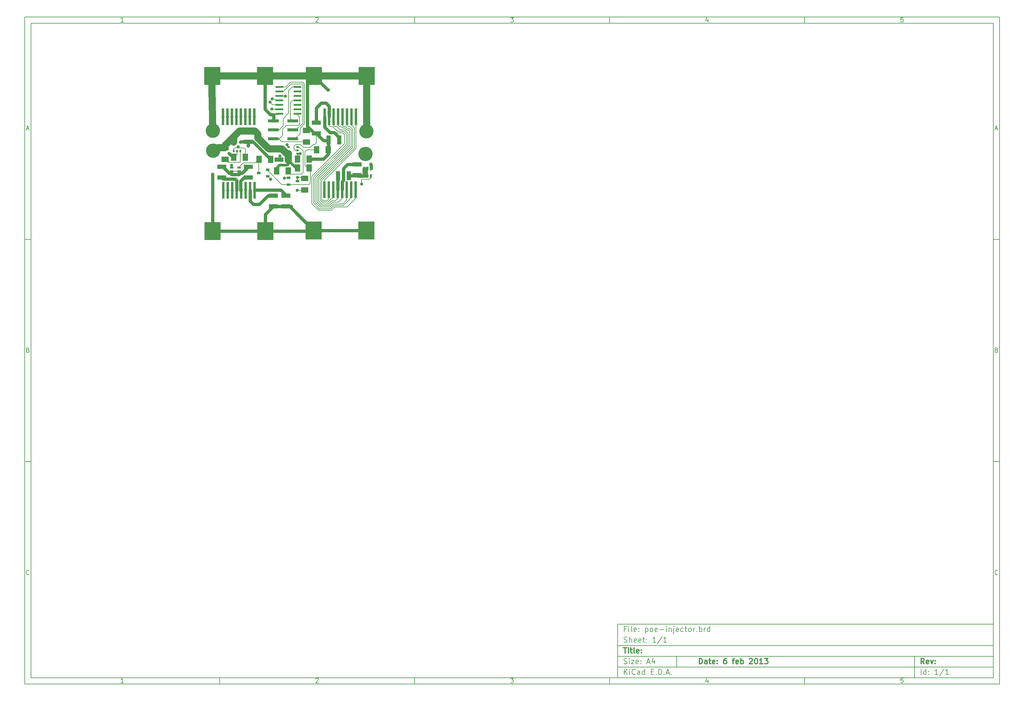
<source format=gtl>
G04 (created by PCBNEW-RS274X (2012-01-19 BZR 3256)-stable) date 2/5/2013 11:52:39 PM*
G01*
G70*
G90*
%MOIN*%
G04 Gerber Fmt 3.4, Leading zero omitted, Abs format*
%FSLAX34Y34*%
G04 APERTURE LIST*
%ADD10C,0.006000*%
%ADD11C,0.012000*%
%ADD12R,0.030000X0.020000*%
%ADD13R,0.020000X0.030000*%
%ADD14R,0.039400X0.027600*%
%ADD15R,0.180000X0.205000*%
%ADD16R,0.025000X0.187000*%
%ADD17R,0.100000X0.050000*%
%ADD18R,0.060000X0.080000*%
%ADD19R,0.080000X0.060000*%
%ADD20R,0.119000X0.038000*%
%ADD21C,0.160000*%
%ADD22R,0.050000X0.100000*%
%ADD23R,0.023600X0.039400*%
%ADD24R,0.039400X0.023600*%
%ADD25R,0.086900X0.024000*%
%ADD26C,0.080000*%
%ADD27C,0.035000*%
%ADD28C,0.030000*%
%ADD29C,0.078700*%
%ADD30C,0.035000*%
%ADD31C,0.008000*%
G04 APERTURE END LIST*
G54D10*
X04000Y-04000D02*
X113000Y-04000D01*
X113000Y-78670D01*
X04000Y-78670D01*
X04000Y-04000D01*
X04700Y-04700D02*
X112300Y-04700D01*
X112300Y-77970D01*
X04700Y-77970D01*
X04700Y-04700D01*
X25800Y-04000D02*
X25800Y-04700D01*
X15043Y-04552D02*
X14757Y-04552D01*
X14900Y-04552D02*
X14900Y-04052D01*
X14852Y-04124D01*
X14805Y-04171D01*
X14757Y-04195D01*
X25800Y-78670D02*
X25800Y-77970D01*
X15043Y-78522D02*
X14757Y-78522D01*
X14900Y-78522D02*
X14900Y-78022D01*
X14852Y-78094D01*
X14805Y-78141D01*
X14757Y-78165D01*
X47600Y-04000D02*
X47600Y-04700D01*
X36557Y-04100D02*
X36581Y-04076D01*
X36629Y-04052D01*
X36748Y-04052D01*
X36795Y-04076D01*
X36819Y-04100D01*
X36843Y-04148D01*
X36843Y-04195D01*
X36819Y-04267D01*
X36533Y-04552D01*
X36843Y-04552D01*
X47600Y-78670D02*
X47600Y-77970D01*
X36557Y-78070D02*
X36581Y-78046D01*
X36629Y-78022D01*
X36748Y-78022D01*
X36795Y-78046D01*
X36819Y-78070D01*
X36843Y-78118D01*
X36843Y-78165D01*
X36819Y-78237D01*
X36533Y-78522D01*
X36843Y-78522D01*
X69400Y-04000D02*
X69400Y-04700D01*
X58333Y-04052D02*
X58643Y-04052D01*
X58476Y-04243D01*
X58548Y-04243D01*
X58595Y-04267D01*
X58619Y-04290D01*
X58643Y-04338D01*
X58643Y-04457D01*
X58619Y-04505D01*
X58595Y-04529D01*
X58548Y-04552D01*
X58405Y-04552D01*
X58357Y-04529D01*
X58333Y-04505D01*
X69400Y-78670D02*
X69400Y-77970D01*
X58333Y-78022D02*
X58643Y-78022D01*
X58476Y-78213D01*
X58548Y-78213D01*
X58595Y-78237D01*
X58619Y-78260D01*
X58643Y-78308D01*
X58643Y-78427D01*
X58619Y-78475D01*
X58595Y-78499D01*
X58548Y-78522D01*
X58405Y-78522D01*
X58357Y-78499D01*
X58333Y-78475D01*
X91200Y-04000D02*
X91200Y-04700D01*
X80395Y-04219D02*
X80395Y-04552D01*
X80276Y-04029D02*
X80157Y-04386D01*
X80467Y-04386D01*
X91200Y-78670D02*
X91200Y-77970D01*
X80395Y-78189D02*
X80395Y-78522D01*
X80276Y-77999D02*
X80157Y-78356D01*
X80467Y-78356D01*
X102219Y-04052D02*
X101981Y-04052D01*
X101957Y-04290D01*
X101981Y-04267D01*
X102029Y-04243D01*
X102148Y-04243D01*
X102195Y-04267D01*
X102219Y-04290D01*
X102243Y-04338D01*
X102243Y-04457D01*
X102219Y-04505D01*
X102195Y-04529D01*
X102148Y-04552D01*
X102029Y-04552D01*
X101981Y-04529D01*
X101957Y-04505D01*
X102219Y-78022D02*
X101981Y-78022D01*
X101957Y-78260D01*
X101981Y-78237D01*
X102029Y-78213D01*
X102148Y-78213D01*
X102195Y-78237D01*
X102219Y-78260D01*
X102243Y-78308D01*
X102243Y-78427D01*
X102219Y-78475D01*
X102195Y-78499D01*
X102148Y-78522D01*
X102029Y-78522D01*
X101981Y-78499D01*
X101957Y-78475D01*
X04000Y-28890D02*
X04700Y-28890D01*
X04231Y-16510D02*
X04469Y-16510D01*
X04184Y-16652D02*
X04350Y-16152D01*
X04517Y-16652D01*
X113000Y-28890D02*
X112300Y-28890D01*
X112531Y-16510D02*
X112769Y-16510D01*
X112484Y-16652D02*
X112650Y-16152D01*
X112817Y-16652D01*
X04000Y-53780D02*
X04700Y-53780D01*
X04386Y-41280D02*
X04457Y-41304D01*
X04481Y-41328D01*
X04505Y-41376D01*
X04505Y-41447D01*
X04481Y-41495D01*
X04457Y-41519D01*
X04410Y-41542D01*
X04219Y-41542D01*
X04219Y-41042D01*
X04386Y-41042D01*
X04433Y-41066D01*
X04457Y-41090D01*
X04481Y-41138D01*
X04481Y-41185D01*
X04457Y-41233D01*
X04433Y-41257D01*
X04386Y-41280D01*
X04219Y-41280D01*
X113000Y-53780D02*
X112300Y-53780D01*
X112686Y-41280D02*
X112757Y-41304D01*
X112781Y-41328D01*
X112805Y-41376D01*
X112805Y-41447D01*
X112781Y-41495D01*
X112757Y-41519D01*
X112710Y-41542D01*
X112519Y-41542D01*
X112519Y-41042D01*
X112686Y-41042D01*
X112733Y-41066D01*
X112757Y-41090D01*
X112781Y-41138D01*
X112781Y-41185D01*
X112757Y-41233D01*
X112733Y-41257D01*
X112686Y-41280D01*
X112519Y-41280D01*
X04505Y-66385D02*
X04481Y-66409D01*
X04410Y-66432D01*
X04362Y-66432D01*
X04290Y-66409D01*
X04243Y-66361D01*
X04219Y-66313D01*
X04195Y-66218D01*
X04195Y-66147D01*
X04219Y-66051D01*
X04243Y-66004D01*
X04290Y-65956D01*
X04362Y-65932D01*
X04410Y-65932D01*
X04481Y-65956D01*
X04505Y-65980D01*
X112805Y-66385D02*
X112781Y-66409D01*
X112710Y-66432D01*
X112662Y-66432D01*
X112590Y-66409D01*
X112543Y-66361D01*
X112519Y-66313D01*
X112495Y-66218D01*
X112495Y-66147D01*
X112519Y-66051D01*
X112543Y-66004D01*
X112590Y-65956D01*
X112662Y-65932D01*
X112710Y-65932D01*
X112781Y-65956D01*
X112805Y-65980D01*
G54D11*
X79443Y-76413D02*
X79443Y-75813D01*
X79586Y-75813D01*
X79671Y-75841D01*
X79729Y-75899D01*
X79757Y-75956D01*
X79786Y-76070D01*
X79786Y-76156D01*
X79757Y-76270D01*
X79729Y-76327D01*
X79671Y-76384D01*
X79586Y-76413D01*
X79443Y-76413D01*
X80300Y-76413D02*
X80300Y-76099D01*
X80271Y-76041D01*
X80214Y-76013D01*
X80100Y-76013D01*
X80043Y-76041D01*
X80300Y-76384D02*
X80243Y-76413D01*
X80100Y-76413D01*
X80043Y-76384D01*
X80014Y-76327D01*
X80014Y-76270D01*
X80043Y-76213D01*
X80100Y-76184D01*
X80243Y-76184D01*
X80300Y-76156D01*
X80500Y-76013D02*
X80729Y-76013D01*
X80586Y-75813D02*
X80586Y-76327D01*
X80614Y-76384D01*
X80672Y-76413D01*
X80729Y-76413D01*
X81157Y-76384D02*
X81100Y-76413D01*
X80986Y-76413D01*
X80929Y-76384D01*
X80900Y-76327D01*
X80900Y-76099D01*
X80929Y-76041D01*
X80986Y-76013D01*
X81100Y-76013D01*
X81157Y-76041D01*
X81186Y-76099D01*
X81186Y-76156D01*
X80900Y-76213D01*
X81443Y-76356D02*
X81471Y-76384D01*
X81443Y-76413D01*
X81414Y-76384D01*
X81443Y-76356D01*
X81443Y-76413D01*
X81443Y-76041D02*
X81471Y-76070D01*
X81443Y-76099D01*
X81414Y-76070D01*
X81443Y-76041D01*
X81443Y-76099D01*
X82443Y-75813D02*
X82329Y-75813D01*
X82272Y-75841D01*
X82243Y-75870D01*
X82186Y-75956D01*
X82157Y-76070D01*
X82157Y-76299D01*
X82186Y-76356D01*
X82214Y-76384D01*
X82272Y-76413D01*
X82386Y-76413D01*
X82443Y-76384D01*
X82472Y-76356D01*
X82500Y-76299D01*
X82500Y-76156D01*
X82472Y-76099D01*
X82443Y-76070D01*
X82386Y-76041D01*
X82272Y-76041D01*
X82214Y-76070D01*
X82186Y-76099D01*
X82157Y-76156D01*
X83128Y-76013D02*
X83357Y-76013D01*
X83214Y-76413D02*
X83214Y-75899D01*
X83242Y-75841D01*
X83300Y-75813D01*
X83357Y-75813D01*
X83785Y-76384D02*
X83728Y-76413D01*
X83614Y-76413D01*
X83557Y-76384D01*
X83528Y-76327D01*
X83528Y-76099D01*
X83557Y-76041D01*
X83614Y-76013D01*
X83728Y-76013D01*
X83785Y-76041D01*
X83814Y-76099D01*
X83814Y-76156D01*
X83528Y-76213D01*
X84071Y-76413D02*
X84071Y-75813D01*
X84071Y-76041D02*
X84128Y-76013D01*
X84242Y-76013D01*
X84299Y-76041D01*
X84328Y-76070D01*
X84357Y-76127D01*
X84357Y-76299D01*
X84328Y-76356D01*
X84299Y-76384D01*
X84242Y-76413D01*
X84128Y-76413D01*
X84071Y-76384D01*
X85042Y-75870D02*
X85071Y-75841D01*
X85128Y-75813D01*
X85271Y-75813D01*
X85328Y-75841D01*
X85357Y-75870D01*
X85385Y-75927D01*
X85385Y-75984D01*
X85357Y-76070D01*
X85014Y-76413D01*
X85385Y-76413D01*
X85756Y-75813D02*
X85813Y-75813D01*
X85870Y-75841D01*
X85899Y-75870D01*
X85928Y-75927D01*
X85956Y-76041D01*
X85956Y-76184D01*
X85928Y-76299D01*
X85899Y-76356D01*
X85870Y-76384D01*
X85813Y-76413D01*
X85756Y-76413D01*
X85699Y-76384D01*
X85670Y-76356D01*
X85642Y-76299D01*
X85613Y-76184D01*
X85613Y-76041D01*
X85642Y-75927D01*
X85670Y-75870D01*
X85699Y-75841D01*
X85756Y-75813D01*
X86527Y-76413D02*
X86184Y-76413D01*
X86356Y-76413D02*
X86356Y-75813D01*
X86299Y-75899D01*
X86241Y-75956D01*
X86184Y-75984D01*
X86727Y-75813D02*
X87098Y-75813D01*
X86898Y-76041D01*
X86984Y-76041D01*
X87041Y-76070D01*
X87070Y-76099D01*
X87098Y-76156D01*
X87098Y-76299D01*
X87070Y-76356D01*
X87041Y-76384D01*
X86984Y-76413D01*
X86812Y-76413D01*
X86755Y-76384D01*
X86727Y-76356D01*
G54D10*
X71043Y-77613D02*
X71043Y-77013D01*
X71386Y-77613D02*
X71129Y-77270D01*
X71386Y-77013D02*
X71043Y-77356D01*
X71643Y-77613D02*
X71643Y-77213D01*
X71643Y-77013D02*
X71614Y-77041D01*
X71643Y-77070D01*
X71671Y-77041D01*
X71643Y-77013D01*
X71643Y-77070D01*
X72272Y-77556D02*
X72243Y-77584D01*
X72157Y-77613D01*
X72100Y-77613D01*
X72015Y-77584D01*
X71957Y-77527D01*
X71929Y-77470D01*
X71900Y-77356D01*
X71900Y-77270D01*
X71929Y-77156D01*
X71957Y-77099D01*
X72015Y-77041D01*
X72100Y-77013D01*
X72157Y-77013D01*
X72243Y-77041D01*
X72272Y-77070D01*
X72786Y-77613D02*
X72786Y-77299D01*
X72757Y-77241D01*
X72700Y-77213D01*
X72586Y-77213D01*
X72529Y-77241D01*
X72786Y-77584D02*
X72729Y-77613D01*
X72586Y-77613D01*
X72529Y-77584D01*
X72500Y-77527D01*
X72500Y-77470D01*
X72529Y-77413D01*
X72586Y-77384D01*
X72729Y-77384D01*
X72786Y-77356D01*
X73329Y-77613D02*
X73329Y-77013D01*
X73329Y-77584D02*
X73272Y-77613D01*
X73158Y-77613D01*
X73100Y-77584D01*
X73072Y-77556D01*
X73043Y-77499D01*
X73043Y-77327D01*
X73072Y-77270D01*
X73100Y-77241D01*
X73158Y-77213D01*
X73272Y-77213D01*
X73329Y-77241D01*
X74072Y-77299D02*
X74272Y-77299D01*
X74358Y-77613D02*
X74072Y-77613D01*
X74072Y-77013D01*
X74358Y-77013D01*
X74615Y-77556D02*
X74643Y-77584D01*
X74615Y-77613D01*
X74586Y-77584D01*
X74615Y-77556D01*
X74615Y-77613D01*
X74901Y-77613D02*
X74901Y-77013D01*
X75044Y-77013D01*
X75129Y-77041D01*
X75187Y-77099D01*
X75215Y-77156D01*
X75244Y-77270D01*
X75244Y-77356D01*
X75215Y-77470D01*
X75187Y-77527D01*
X75129Y-77584D01*
X75044Y-77613D01*
X74901Y-77613D01*
X75501Y-77556D02*
X75529Y-77584D01*
X75501Y-77613D01*
X75472Y-77584D01*
X75501Y-77556D01*
X75501Y-77613D01*
X75758Y-77441D02*
X76044Y-77441D01*
X75701Y-77613D02*
X75901Y-77013D01*
X76101Y-77613D01*
X76301Y-77556D02*
X76329Y-77584D01*
X76301Y-77613D01*
X76272Y-77584D01*
X76301Y-77556D01*
X76301Y-77613D01*
G54D11*
X104586Y-76413D02*
X104386Y-76127D01*
X104243Y-76413D02*
X104243Y-75813D01*
X104471Y-75813D01*
X104529Y-75841D01*
X104557Y-75870D01*
X104586Y-75927D01*
X104586Y-76013D01*
X104557Y-76070D01*
X104529Y-76099D01*
X104471Y-76127D01*
X104243Y-76127D01*
X105071Y-76384D02*
X105014Y-76413D01*
X104900Y-76413D01*
X104843Y-76384D01*
X104814Y-76327D01*
X104814Y-76099D01*
X104843Y-76041D01*
X104900Y-76013D01*
X105014Y-76013D01*
X105071Y-76041D01*
X105100Y-76099D01*
X105100Y-76156D01*
X104814Y-76213D01*
X105300Y-76013D02*
X105443Y-76413D01*
X105585Y-76013D01*
X105814Y-76356D02*
X105842Y-76384D01*
X105814Y-76413D01*
X105785Y-76384D01*
X105814Y-76356D01*
X105814Y-76413D01*
X105814Y-76041D02*
X105842Y-76070D01*
X105814Y-76099D01*
X105785Y-76070D01*
X105814Y-76041D01*
X105814Y-76099D01*
G54D10*
X71014Y-76384D02*
X71100Y-76413D01*
X71243Y-76413D01*
X71300Y-76384D01*
X71329Y-76356D01*
X71357Y-76299D01*
X71357Y-76241D01*
X71329Y-76184D01*
X71300Y-76156D01*
X71243Y-76127D01*
X71129Y-76099D01*
X71071Y-76070D01*
X71043Y-76041D01*
X71014Y-75984D01*
X71014Y-75927D01*
X71043Y-75870D01*
X71071Y-75841D01*
X71129Y-75813D01*
X71271Y-75813D01*
X71357Y-75841D01*
X71614Y-76413D02*
X71614Y-76013D01*
X71614Y-75813D02*
X71585Y-75841D01*
X71614Y-75870D01*
X71642Y-75841D01*
X71614Y-75813D01*
X71614Y-75870D01*
X71843Y-76013D02*
X72157Y-76013D01*
X71843Y-76413D01*
X72157Y-76413D01*
X72614Y-76384D02*
X72557Y-76413D01*
X72443Y-76413D01*
X72386Y-76384D01*
X72357Y-76327D01*
X72357Y-76099D01*
X72386Y-76041D01*
X72443Y-76013D01*
X72557Y-76013D01*
X72614Y-76041D01*
X72643Y-76099D01*
X72643Y-76156D01*
X72357Y-76213D01*
X72900Y-76356D02*
X72928Y-76384D01*
X72900Y-76413D01*
X72871Y-76384D01*
X72900Y-76356D01*
X72900Y-76413D01*
X72900Y-76041D02*
X72928Y-76070D01*
X72900Y-76099D01*
X72871Y-76070D01*
X72900Y-76041D01*
X72900Y-76099D01*
X73614Y-76241D02*
X73900Y-76241D01*
X73557Y-76413D02*
X73757Y-75813D01*
X73957Y-76413D01*
X74414Y-76013D02*
X74414Y-76413D01*
X74271Y-75784D02*
X74128Y-76213D01*
X74500Y-76213D01*
X104243Y-77613D02*
X104243Y-77013D01*
X104786Y-77613D02*
X104786Y-77013D01*
X104786Y-77584D02*
X104729Y-77613D01*
X104615Y-77613D01*
X104557Y-77584D01*
X104529Y-77556D01*
X104500Y-77499D01*
X104500Y-77327D01*
X104529Y-77270D01*
X104557Y-77241D01*
X104615Y-77213D01*
X104729Y-77213D01*
X104786Y-77241D01*
X105072Y-77556D02*
X105100Y-77584D01*
X105072Y-77613D01*
X105043Y-77584D01*
X105072Y-77556D01*
X105072Y-77613D01*
X105072Y-77241D02*
X105100Y-77270D01*
X105072Y-77299D01*
X105043Y-77270D01*
X105072Y-77241D01*
X105072Y-77299D01*
X106129Y-77613D02*
X105786Y-77613D01*
X105958Y-77613D02*
X105958Y-77013D01*
X105901Y-77099D01*
X105843Y-77156D01*
X105786Y-77184D01*
X106814Y-76984D02*
X106300Y-77756D01*
X107329Y-77613D02*
X106986Y-77613D01*
X107158Y-77613D02*
X107158Y-77013D01*
X107101Y-77099D01*
X107043Y-77156D01*
X106986Y-77184D01*
G54D11*
X70957Y-74613D02*
X71300Y-74613D01*
X71129Y-75213D02*
X71129Y-74613D01*
X71500Y-75213D02*
X71500Y-74813D01*
X71500Y-74613D02*
X71471Y-74641D01*
X71500Y-74670D01*
X71528Y-74641D01*
X71500Y-74613D01*
X71500Y-74670D01*
X71700Y-74813D02*
X71929Y-74813D01*
X71786Y-74613D02*
X71786Y-75127D01*
X71814Y-75184D01*
X71872Y-75213D01*
X71929Y-75213D01*
X72215Y-75213D02*
X72157Y-75184D01*
X72129Y-75127D01*
X72129Y-74613D01*
X72671Y-75184D02*
X72614Y-75213D01*
X72500Y-75213D01*
X72443Y-75184D01*
X72414Y-75127D01*
X72414Y-74899D01*
X72443Y-74841D01*
X72500Y-74813D01*
X72614Y-74813D01*
X72671Y-74841D01*
X72700Y-74899D01*
X72700Y-74956D01*
X72414Y-75013D01*
X72957Y-75156D02*
X72985Y-75184D01*
X72957Y-75213D01*
X72928Y-75184D01*
X72957Y-75156D01*
X72957Y-75213D01*
X72957Y-74841D02*
X72985Y-74870D01*
X72957Y-74899D01*
X72928Y-74870D01*
X72957Y-74841D01*
X72957Y-74899D01*
G54D10*
X71243Y-72499D02*
X71043Y-72499D01*
X71043Y-72813D02*
X71043Y-72213D01*
X71329Y-72213D01*
X71557Y-72813D02*
X71557Y-72413D01*
X71557Y-72213D02*
X71528Y-72241D01*
X71557Y-72270D01*
X71585Y-72241D01*
X71557Y-72213D01*
X71557Y-72270D01*
X71929Y-72813D02*
X71871Y-72784D01*
X71843Y-72727D01*
X71843Y-72213D01*
X72385Y-72784D02*
X72328Y-72813D01*
X72214Y-72813D01*
X72157Y-72784D01*
X72128Y-72727D01*
X72128Y-72499D01*
X72157Y-72441D01*
X72214Y-72413D01*
X72328Y-72413D01*
X72385Y-72441D01*
X72414Y-72499D01*
X72414Y-72556D01*
X72128Y-72613D01*
X72671Y-72756D02*
X72699Y-72784D01*
X72671Y-72813D01*
X72642Y-72784D01*
X72671Y-72756D01*
X72671Y-72813D01*
X72671Y-72441D02*
X72699Y-72470D01*
X72671Y-72499D01*
X72642Y-72470D01*
X72671Y-72441D01*
X72671Y-72499D01*
X73414Y-72413D02*
X73414Y-73013D01*
X73414Y-72441D02*
X73471Y-72413D01*
X73585Y-72413D01*
X73642Y-72441D01*
X73671Y-72470D01*
X73700Y-72527D01*
X73700Y-72699D01*
X73671Y-72756D01*
X73642Y-72784D01*
X73585Y-72813D01*
X73471Y-72813D01*
X73414Y-72784D01*
X74043Y-72813D02*
X73985Y-72784D01*
X73957Y-72756D01*
X73928Y-72699D01*
X73928Y-72527D01*
X73957Y-72470D01*
X73985Y-72441D01*
X74043Y-72413D01*
X74128Y-72413D01*
X74185Y-72441D01*
X74214Y-72470D01*
X74243Y-72527D01*
X74243Y-72699D01*
X74214Y-72756D01*
X74185Y-72784D01*
X74128Y-72813D01*
X74043Y-72813D01*
X74728Y-72784D02*
X74671Y-72813D01*
X74557Y-72813D01*
X74500Y-72784D01*
X74471Y-72727D01*
X74471Y-72499D01*
X74500Y-72441D01*
X74557Y-72413D01*
X74671Y-72413D01*
X74728Y-72441D01*
X74757Y-72499D01*
X74757Y-72556D01*
X74471Y-72613D01*
X75014Y-72584D02*
X75471Y-72584D01*
X75757Y-72813D02*
X75757Y-72413D01*
X75757Y-72213D02*
X75728Y-72241D01*
X75757Y-72270D01*
X75785Y-72241D01*
X75757Y-72213D01*
X75757Y-72270D01*
X76043Y-72413D02*
X76043Y-72813D01*
X76043Y-72470D02*
X76071Y-72441D01*
X76129Y-72413D01*
X76214Y-72413D01*
X76271Y-72441D01*
X76300Y-72499D01*
X76300Y-72813D01*
X76586Y-72413D02*
X76586Y-72927D01*
X76557Y-72984D01*
X76500Y-73013D01*
X76472Y-73013D01*
X76586Y-72213D02*
X76557Y-72241D01*
X76586Y-72270D01*
X76614Y-72241D01*
X76586Y-72213D01*
X76586Y-72270D01*
X77100Y-72784D02*
X77043Y-72813D01*
X76929Y-72813D01*
X76872Y-72784D01*
X76843Y-72727D01*
X76843Y-72499D01*
X76872Y-72441D01*
X76929Y-72413D01*
X77043Y-72413D01*
X77100Y-72441D01*
X77129Y-72499D01*
X77129Y-72556D01*
X76843Y-72613D01*
X77643Y-72784D02*
X77586Y-72813D01*
X77472Y-72813D01*
X77414Y-72784D01*
X77386Y-72756D01*
X77357Y-72699D01*
X77357Y-72527D01*
X77386Y-72470D01*
X77414Y-72441D01*
X77472Y-72413D01*
X77586Y-72413D01*
X77643Y-72441D01*
X77814Y-72413D02*
X78043Y-72413D01*
X77900Y-72213D02*
X77900Y-72727D01*
X77928Y-72784D01*
X77986Y-72813D01*
X78043Y-72813D01*
X78329Y-72813D02*
X78271Y-72784D01*
X78243Y-72756D01*
X78214Y-72699D01*
X78214Y-72527D01*
X78243Y-72470D01*
X78271Y-72441D01*
X78329Y-72413D01*
X78414Y-72413D01*
X78471Y-72441D01*
X78500Y-72470D01*
X78529Y-72527D01*
X78529Y-72699D01*
X78500Y-72756D01*
X78471Y-72784D01*
X78414Y-72813D01*
X78329Y-72813D01*
X78786Y-72813D02*
X78786Y-72413D01*
X78786Y-72527D02*
X78814Y-72470D01*
X78843Y-72441D01*
X78900Y-72413D01*
X78957Y-72413D01*
X79157Y-72756D02*
X79185Y-72784D01*
X79157Y-72813D01*
X79128Y-72784D01*
X79157Y-72756D01*
X79157Y-72813D01*
X79443Y-72813D02*
X79443Y-72213D01*
X79443Y-72441D02*
X79500Y-72413D01*
X79614Y-72413D01*
X79671Y-72441D01*
X79700Y-72470D01*
X79729Y-72527D01*
X79729Y-72699D01*
X79700Y-72756D01*
X79671Y-72784D01*
X79614Y-72813D01*
X79500Y-72813D01*
X79443Y-72784D01*
X79986Y-72813D02*
X79986Y-72413D01*
X79986Y-72527D02*
X80014Y-72470D01*
X80043Y-72441D01*
X80100Y-72413D01*
X80157Y-72413D01*
X80614Y-72813D02*
X80614Y-72213D01*
X80614Y-72784D02*
X80557Y-72813D01*
X80443Y-72813D01*
X80385Y-72784D01*
X80357Y-72756D01*
X80328Y-72699D01*
X80328Y-72527D01*
X80357Y-72470D01*
X80385Y-72441D01*
X80443Y-72413D01*
X80557Y-72413D01*
X80614Y-72441D01*
X71014Y-73984D02*
X71100Y-74013D01*
X71243Y-74013D01*
X71300Y-73984D01*
X71329Y-73956D01*
X71357Y-73899D01*
X71357Y-73841D01*
X71329Y-73784D01*
X71300Y-73756D01*
X71243Y-73727D01*
X71129Y-73699D01*
X71071Y-73670D01*
X71043Y-73641D01*
X71014Y-73584D01*
X71014Y-73527D01*
X71043Y-73470D01*
X71071Y-73441D01*
X71129Y-73413D01*
X71271Y-73413D01*
X71357Y-73441D01*
X71614Y-74013D02*
X71614Y-73413D01*
X71871Y-74013D02*
X71871Y-73699D01*
X71842Y-73641D01*
X71785Y-73613D01*
X71700Y-73613D01*
X71642Y-73641D01*
X71614Y-73670D01*
X72385Y-73984D02*
X72328Y-74013D01*
X72214Y-74013D01*
X72157Y-73984D01*
X72128Y-73927D01*
X72128Y-73699D01*
X72157Y-73641D01*
X72214Y-73613D01*
X72328Y-73613D01*
X72385Y-73641D01*
X72414Y-73699D01*
X72414Y-73756D01*
X72128Y-73813D01*
X72899Y-73984D02*
X72842Y-74013D01*
X72728Y-74013D01*
X72671Y-73984D01*
X72642Y-73927D01*
X72642Y-73699D01*
X72671Y-73641D01*
X72728Y-73613D01*
X72842Y-73613D01*
X72899Y-73641D01*
X72928Y-73699D01*
X72928Y-73756D01*
X72642Y-73813D01*
X73099Y-73613D02*
X73328Y-73613D01*
X73185Y-73413D02*
X73185Y-73927D01*
X73213Y-73984D01*
X73271Y-74013D01*
X73328Y-74013D01*
X73528Y-73956D02*
X73556Y-73984D01*
X73528Y-74013D01*
X73499Y-73984D01*
X73528Y-73956D01*
X73528Y-74013D01*
X73528Y-73641D02*
X73556Y-73670D01*
X73528Y-73699D01*
X73499Y-73670D01*
X73528Y-73641D01*
X73528Y-73699D01*
X74585Y-74013D02*
X74242Y-74013D01*
X74414Y-74013D02*
X74414Y-73413D01*
X74357Y-73499D01*
X74299Y-73556D01*
X74242Y-73584D01*
X75270Y-73384D02*
X74756Y-74156D01*
X75785Y-74013D02*
X75442Y-74013D01*
X75614Y-74013D02*
X75614Y-73413D01*
X75557Y-73499D01*
X75499Y-73556D01*
X75442Y-73584D01*
X70300Y-71970D02*
X70300Y-77970D01*
X70300Y-71970D02*
X112300Y-71970D01*
X70300Y-71970D02*
X112300Y-71970D01*
X70300Y-74370D02*
X112300Y-74370D01*
X103500Y-75570D02*
X103500Y-77970D01*
X70300Y-76770D02*
X112300Y-76770D01*
X70300Y-75570D02*
X112300Y-75570D01*
X76900Y-75570D02*
X76900Y-76770D01*
G54D12*
X34500Y-19304D03*
X34500Y-18554D03*
X33500Y-19304D03*
X34500Y-18929D03*
X33500Y-18554D03*
G54D13*
X27373Y-18992D03*
X28123Y-18992D03*
X27373Y-17992D03*
X27748Y-18992D03*
X28123Y-17992D03*
G54D14*
X30161Y-21469D03*
X31161Y-21094D03*
X31161Y-21844D03*
X34508Y-22378D03*
X33508Y-22753D03*
X33508Y-22003D03*
G54D15*
X24988Y-10606D03*
G54D16*
X26188Y-15156D03*
X26688Y-15156D03*
X27188Y-15156D03*
X27688Y-15156D03*
X28188Y-15156D03*
X28688Y-15156D03*
X29188Y-15156D03*
X29688Y-15156D03*
G54D15*
X30888Y-10606D03*
X36353Y-10614D03*
G54D16*
X37553Y-15164D03*
X38053Y-15164D03*
X38553Y-15164D03*
X39053Y-15164D03*
X39553Y-15164D03*
X40053Y-15164D03*
X40553Y-15164D03*
X41053Y-15164D03*
G54D15*
X42253Y-10614D03*
X30906Y-27953D03*
G54D16*
X29706Y-23403D03*
X29206Y-23403D03*
X28706Y-23403D03*
X28206Y-23403D03*
X27706Y-23403D03*
X27206Y-23403D03*
X26706Y-23403D03*
X26206Y-23403D03*
G54D15*
X25006Y-27953D03*
X42216Y-27898D03*
G54D16*
X41016Y-23348D03*
X40516Y-23348D03*
X40016Y-23348D03*
X39516Y-23348D03*
X39016Y-23348D03*
X38516Y-23348D03*
X38016Y-23348D03*
X37516Y-23348D03*
G54D15*
X36316Y-27898D03*
G54D17*
X29008Y-17974D03*
X29008Y-16774D03*
X32453Y-19982D03*
X32453Y-18782D03*
G54D18*
X34495Y-20898D03*
X35795Y-20898D03*
X31504Y-19921D03*
X30204Y-19921D03*
G54D19*
X35295Y-23367D03*
X35295Y-22067D03*
X26398Y-18630D03*
X26398Y-19930D03*
G54D18*
X36644Y-18866D03*
X37944Y-18866D03*
G54D20*
X31811Y-17642D03*
X31811Y-16642D03*
X31811Y-15642D03*
X33991Y-17642D03*
X33991Y-16642D03*
X33991Y-15642D03*
G54D21*
X25039Y-16728D03*
X42224Y-16807D03*
X42098Y-19343D03*
X25091Y-18969D03*
G54D18*
X32169Y-21244D03*
X33469Y-21244D03*
G54D17*
X26055Y-21962D03*
X26055Y-20762D03*
X29024Y-21978D03*
X29024Y-20778D03*
X31800Y-24000D03*
X31800Y-25200D03*
X33200Y-24000D03*
X33200Y-25200D03*
G54D22*
X39045Y-21756D03*
X40245Y-21756D03*
G54D17*
X41168Y-20487D03*
X41168Y-21687D03*
X36602Y-15829D03*
X36602Y-17029D03*
G54D22*
X39182Y-17760D03*
X37982Y-17760D03*
G54D18*
X28681Y-19717D03*
X27381Y-19717D03*
X34495Y-19898D03*
X35795Y-19898D03*
G54D23*
X41959Y-21802D03*
X42709Y-21802D03*
X42334Y-21802D03*
X42709Y-20970D03*
X41959Y-20970D03*
X42334Y-20970D03*
G54D24*
X27967Y-21627D03*
X27967Y-20877D03*
X27967Y-21252D03*
X27135Y-20877D03*
X27135Y-21627D03*
X27135Y-21252D03*
G54D25*
X34513Y-14831D03*
X34513Y-14331D03*
X34513Y-13831D03*
X34513Y-13331D03*
X34513Y-12831D03*
X34513Y-12331D03*
X34513Y-11831D03*
X32463Y-11831D03*
X32463Y-12331D03*
X32463Y-12831D03*
X32463Y-13331D03*
X32463Y-13831D03*
X32463Y-14331D03*
X32463Y-14831D03*
G54D19*
X35504Y-18008D03*
X35504Y-16708D03*
G54D26*
X33480Y-20039D03*
G54D27*
X26839Y-19268D03*
X37400Y-17827D03*
X37982Y-12168D03*
X25008Y-21587D03*
X26206Y-23403D03*
X29661Y-15183D03*
X26705Y-23406D03*
X29188Y-15156D03*
X29720Y-23413D03*
X26188Y-15156D03*
X29206Y-23403D03*
X26688Y-15156D03*
X28709Y-23382D03*
X27188Y-15156D03*
X28206Y-23403D03*
X27688Y-15156D03*
X27701Y-23382D03*
X28188Y-15156D03*
X27206Y-23403D03*
X28688Y-15156D03*
X31650Y-14311D03*
X31512Y-22154D03*
X27862Y-18520D03*
X31437Y-13543D03*
X33150Y-12858D03*
X34819Y-19299D03*
X31681Y-13154D03*
X33043Y-22020D03*
X27130Y-20610D03*
X28992Y-18433D03*
X41692Y-22713D03*
X34512Y-21965D03*
X42724Y-20480D03*
X34461Y-23386D03*
X33343Y-18295D03*
X32555Y-19555D03*
G54D28*
X33480Y-20039D02*
X33480Y-20149D01*
G54D29*
X33500Y-19304D02*
X33285Y-19304D01*
X26398Y-18630D02*
X26398Y-18373D01*
G54D28*
X32169Y-20894D02*
X32169Y-21244D01*
G54D29*
X31313Y-18782D02*
X30083Y-17552D01*
G54D28*
X33480Y-20039D02*
X34339Y-20898D01*
X34339Y-20898D02*
X34495Y-20898D01*
G54D29*
X30083Y-17552D02*
X30083Y-17118D01*
G54D28*
X33339Y-20575D02*
X32488Y-20575D01*
G54D29*
X30083Y-17118D02*
X29739Y-16774D01*
G54D28*
X32488Y-20575D02*
X32169Y-20894D01*
G54D29*
X29739Y-16774D02*
X29008Y-16774D01*
G54D30*
X33606Y-20039D02*
X33480Y-20039D01*
G54D29*
X27997Y-16774D02*
X29008Y-16774D01*
X33500Y-19304D02*
X33480Y-19324D01*
X26398Y-18373D02*
X27373Y-17398D01*
X32453Y-18782D02*
X31313Y-18782D01*
X33480Y-19324D02*
X33480Y-20039D01*
X27373Y-17992D02*
X27373Y-17398D01*
X25610Y-18630D02*
X25091Y-18969D01*
G54D28*
X33480Y-20434D02*
X33339Y-20575D01*
G54D29*
X32763Y-18782D02*
X32453Y-18782D01*
G54D28*
X33480Y-20039D02*
X33480Y-20434D01*
G54D29*
X27373Y-17398D02*
X27997Y-16774D01*
X26398Y-18630D02*
X25610Y-18630D01*
X33285Y-19304D02*
X32763Y-18782D01*
G54D31*
X35536Y-17976D02*
X35504Y-18008D01*
X32759Y-17976D02*
X35536Y-17976D01*
X32425Y-17642D02*
X32759Y-17976D01*
X34756Y-15216D02*
X34756Y-15986D01*
X34513Y-14973D02*
X34756Y-15216D01*
X34513Y-14831D02*
X34513Y-14973D01*
X32492Y-17642D02*
X31811Y-17642D01*
X34756Y-15986D02*
X34620Y-16122D01*
X32858Y-17276D02*
X32492Y-17642D01*
X32858Y-16539D02*
X32858Y-17276D01*
X33275Y-16122D02*
X32858Y-16539D01*
X34620Y-16122D02*
X33275Y-16122D01*
X31811Y-17642D02*
X32425Y-17642D01*
X26839Y-19268D02*
X26841Y-19270D01*
X26841Y-19270D02*
X26839Y-19268D01*
X37982Y-12168D02*
X37907Y-12168D01*
G54D29*
X24988Y-10606D02*
X30888Y-10606D01*
G54D30*
X30906Y-26094D02*
X31800Y-25200D01*
G54D31*
X27381Y-19717D02*
X27748Y-19432D01*
G54D30*
X37982Y-18828D02*
X37944Y-18866D01*
X33200Y-25200D02*
X33796Y-25200D01*
G54D31*
X34799Y-18252D02*
X34335Y-18252D01*
G54D30*
X27224Y-19618D02*
X27381Y-19717D01*
G54D31*
X35921Y-18618D02*
X35165Y-18618D01*
X35165Y-18618D02*
X34799Y-18252D01*
X36281Y-16708D02*
X36602Y-17029D01*
G54D30*
X26839Y-19268D02*
X27224Y-19618D01*
G54D29*
X25039Y-16728D02*
X24925Y-10669D01*
X24925Y-10669D02*
X24988Y-10606D01*
X36353Y-10614D02*
X42253Y-10614D01*
G54D30*
X37401Y-19898D02*
X37944Y-19355D01*
X35795Y-19898D02*
X37401Y-19898D01*
X25006Y-27953D02*
X25006Y-21589D01*
X25006Y-21589D02*
X25008Y-21587D01*
X36316Y-27898D02*
X42216Y-27898D01*
G54D31*
X32349Y-14945D02*
X32463Y-14831D01*
X36279Y-18260D02*
X35921Y-18618D01*
G54D30*
X31831Y-14929D02*
X31484Y-14929D01*
X31484Y-14929D02*
X30888Y-14333D01*
X31831Y-14929D02*
X31831Y-14945D01*
G54D31*
X31831Y-14945D02*
X32349Y-14945D01*
G54D30*
X30888Y-14333D02*
X30888Y-10606D01*
G54D29*
X42253Y-16758D02*
X42224Y-16807D01*
G54D30*
X36602Y-17029D02*
X37400Y-17827D01*
G54D31*
X27748Y-19432D02*
X27748Y-18992D01*
G54D30*
X30906Y-27953D02*
X30906Y-26094D01*
X30961Y-27898D02*
X30906Y-27953D01*
X33796Y-25200D02*
X33796Y-25378D01*
X30906Y-27953D02*
X36261Y-27953D01*
X37944Y-19355D02*
X37944Y-18866D01*
X31831Y-15051D02*
X31831Y-15622D01*
G54D31*
X34110Y-18477D02*
X34110Y-18811D01*
G54D30*
X33796Y-25378D02*
X36316Y-27898D01*
G54D29*
X30896Y-10614D02*
X36353Y-10614D01*
G54D30*
X37400Y-17827D02*
X37441Y-17827D01*
X37441Y-17827D02*
X37915Y-17827D01*
X37915Y-17827D02*
X37982Y-17760D01*
X37907Y-12168D02*
X36353Y-10614D01*
X36425Y-17029D02*
X35625Y-16229D01*
X37982Y-18828D02*
X37944Y-18866D01*
X37982Y-17760D02*
X37982Y-18828D01*
X31800Y-25200D02*
X33200Y-25200D01*
G54D29*
X42253Y-10614D02*
X42253Y-16758D01*
G54D30*
X31831Y-15622D02*
X31811Y-15642D01*
X30906Y-27953D02*
X25006Y-27953D01*
G54D31*
X36602Y-18087D02*
X36429Y-18260D01*
X36429Y-18260D02*
X36279Y-18260D01*
G54D30*
X36261Y-27953D02*
X36316Y-27898D01*
X36353Y-10579D02*
X36353Y-10614D01*
G54D31*
X34335Y-18252D02*
X34110Y-18477D01*
G54D29*
X30888Y-10606D02*
X30896Y-10614D01*
G54D31*
X36602Y-17029D02*
X36602Y-18087D01*
X34228Y-18929D02*
X34500Y-18929D01*
G54D30*
X31831Y-14945D02*
X31831Y-15051D01*
G54D31*
X34110Y-18811D02*
X34228Y-18929D01*
G54D30*
X35625Y-11342D02*
X36353Y-10614D01*
X35625Y-16229D02*
X35625Y-11342D01*
X36602Y-17029D02*
X36425Y-17029D01*
G54D31*
X35504Y-16708D02*
X36281Y-16708D01*
X40290Y-16458D02*
X40089Y-16458D01*
X36852Y-24585D02*
X36852Y-22160D01*
X38350Y-24557D02*
X37988Y-24919D01*
X40089Y-16458D02*
X39887Y-16256D01*
X37186Y-24919D02*
X36852Y-24585D01*
X38745Y-24557D02*
X38350Y-24557D01*
X37988Y-24919D02*
X37186Y-24919D01*
X39016Y-24286D02*
X38745Y-24557D01*
X39553Y-16125D02*
X39553Y-15164D01*
G54D30*
X39016Y-21785D02*
X39016Y-23348D01*
G54D31*
X40507Y-18505D02*
X40507Y-16675D01*
X36852Y-22160D02*
X40507Y-18505D01*
G54D30*
X39045Y-21756D02*
X39016Y-21785D01*
G54D31*
X40507Y-16675D02*
X40290Y-16458D01*
X39684Y-16256D02*
X39553Y-16125D01*
X39887Y-16256D02*
X39684Y-16256D01*
X39016Y-23348D02*
X39016Y-24286D01*
X26206Y-23403D02*
X26206Y-23444D01*
X26197Y-23453D02*
X26206Y-23444D01*
X29661Y-15183D02*
X29688Y-15156D01*
X26706Y-23403D02*
X26706Y-23405D01*
X26706Y-23405D02*
X26705Y-23406D01*
X26706Y-23403D02*
X26706Y-23452D01*
X26705Y-23453D02*
X26706Y-23452D01*
X29720Y-23413D02*
X29710Y-23403D01*
X29710Y-23403D02*
X29706Y-23403D01*
G54D30*
X32642Y-23366D02*
X29767Y-23366D01*
G54D31*
X29706Y-23403D02*
X29710Y-23403D01*
G54D30*
X33200Y-24000D02*
X33200Y-23924D01*
X33200Y-23924D02*
X32642Y-23366D01*
X29767Y-23366D02*
X29720Y-23413D01*
X29720Y-23413D02*
X29706Y-23403D01*
X31221Y-24000D02*
X31800Y-24000D01*
X30237Y-24984D02*
X31221Y-24000D01*
X29206Y-23403D02*
X29206Y-24600D01*
X29590Y-24984D02*
X30237Y-24984D01*
X29206Y-24600D02*
X29590Y-24984D01*
G54D31*
X28706Y-23385D02*
X28706Y-23403D01*
X28709Y-23382D02*
X28706Y-23385D01*
X28205Y-23402D02*
X28206Y-23403D01*
G54D30*
X28542Y-21978D02*
X28158Y-22362D01*
X29024Y-21978D02*
X28542Y-21978D01*
X28158Y-23403D02*
X28206Y-23403D01*
X28158Y-22362D02*
X28158Y-23403D01*
G54D31*
X27701Y-23382D02*
X27706Y-23387D01*
X27706Y-23387D02*
X27706Y-23403D01*
X27706Y-23387D02*
X27706Y-23403D01*
G54D30*
X26215Y-22122D02*
X27512Y-22122D01*
X26055Y-21962D02*
X26215Y-22122D01*
X27706Y-22316D02*
X27706Y-23403D01*
X27512Y-22122D02*
X27706Y-22316D01*
G54D31*
X27206Y-23401D02*
X27209Y-23398D01*
X27206Y-23403D02*
X27206Y-23401D01*
X31670Y-14331D02*
X32463Y-14331D01*
X31650Y-14311D02*
X31670Y-14331D01*
X31202Y-21844D02*
X31512Y-22154D01*
X31161Y-21844D02*
X31202Y-21844D01*
X27866Y-18685D02*
X27866Y-18524D01*
X27862Y-18520D02*
X27866Y-18524D01*
X27373Y-18992D02*
X27373Y-18781D01*
X27866Y-18685D02*
X28563Y-18685D01*
X27373Y-18781D02*
X27469Y-18685D01*
X32463Y-13831D02*
X32017Y-13831D01*
X28563Y-18685D02*
X28693Y-18815D01*
X28693Y-18815D02*
X28681Y-19717D01*
X32013Y-13835D02*
X32370Y-13835D01*
X27469Y-18685D02*
X27866Y-18685D01*
X31725Y-13831D02*
X31437Y-13543D01*
X32017Y-13831D02*
X32013Y-13835D01*
X32463Y-13831D02*
X31725Y-13831D01*
X33150Y-12858D02*
X32490Y-12858D01*
X34495Y-19422D02*
X34819Y-19299D01*
X34500Y-19304D02*
X34819Y-19299D01*
X32463Y-12831D02*
X32490Y-12858D01*
X34495Y-19898D02*
X34495Y-19422D01*
X33991Y-16642D02*
X34358Y-16642D01*
X34358Y-16642D02*
X35106Y-15894D01*
X35106Y-15894D02*
X35106Y-11566D01*
X35106Y-11566D02*
X35040Y-11500D01*
X35040Y-11500D02*
X33783Y-11500D01*
X33783Y-11500D02*
X32952Y-12331D01*
X32952Y-12331D02*
X32463Y-12331D01*
X34213Y-17642D02*
X33991Y-17642D01*
X35109Y-11311D02*
X35288Y-11490D01*
X35288Y-11490D02*
X35288Y-15971D01*
X32463Y-11831D02*
X33195Y-11831D01*
X35288Y-15971D02*
X34799Y-16460D01*
X33195Y-11831D02*
X33715Y-11311D01*
X33715Y-11311D02*
X35109Y-11311D01*
X34799Y-17056D02*
X34213Y-17642D01*
X34799Y-16460D02*
X34799Y-17056D01*
X28123Y-20200D02*
X28051Y-20272D01*
X26740Y-20272D02*
X26398Y-19930D01*
X28123Y-18992D02*
X28123Y-20200D01*
X28051Y-20272D02*
X26740Y-20272D01*
X27967Y-20805D02*
X28437Y-20335D01*
X29790Y-20335D02*
X30204Y-19921D01*
X27967Y-20877D02*
X27967Y-20805D01*
X28437Y-20335D02*
X29790Y-20335D01*
X30161Y-21469D02*
X30161Y-19964D01*
X30161Y-19964D02*
X30204Y-19921D01*
X32463Y-13331D02*
X31681Y-13154D01*
X33043Y-22020D02*
X33491Y-22020D01*
X33491Y-22020D02*
X33508Y-22003D01*
X34688Y-18554D02*
X34500Y-18554D01*
X33469Y-21244D02*
X33819Y-21594D01*
X35142Y-19008D02*
X34688Y-18554D01*
X35142Y-21397D02*
X35142Y-19008D01*
X33819Y-21594D02*
X34945Y-21594D01*
X34945Y-21594D02*
X35142Y-21397D01*
X33965Y-13331D02*
X33702Y-13594D01*
X33702Y-13594D02*
X33702Y-15353D01*
X34513Y-13331D02*
X33965Y-13331D01*
X33702Y-15353D02*
X33991Y-15642D01*
X33520Y-12228D02*
X33520Y-14771D01*
X33520Y-14771D02*
X32902Y-15389D01*
X33917Y-11831D02*
X33520Y-12228D01*
X32902Y-16169D02*
X32429Y-16642D01*
X32429Y-16642D02*
X31811Y-16642D01*
X34513Y-11831D02*
X33917Y-11831D01*
X32902Y-15389D02*
X32902Y-16169D01*
X27135Y-21252D02*
X27135Y-21461D01*
X27967Y-21627D02*
X27967Y-21453D01*
X27967Y-21252D02*
X27135Y-21252D01*
G54D30*
X27967Y-21453D02*
X28342Y-21453D01*
G54D31*
X27967Y-21453D02*
X27967Y-21252D01*
G54D30*
X28342Y-21453D02*
X29017Y-20778D01*
G54D31*
X27135Y-21461D02*
X27135Y-21627D01*
G54D30*
X26055Y-20762D02*
X26160Y-20762D01*
X26859Y-21461D02*
X27135Y-21461D01*
X29017Y-20778D02*
X29024Y-20778D01*
X26160Y-20762D02*
X26859Y-21461D01*
X27135Y-21627D02*
X27967Y-21627D01*
G54D31*
X27135Y-20877D02*
X27135Y-20615D01*
G54D30*
X28992Y-18433D02*
X29008Y-18417D01*
X29008Y-18417D02*
X29008Y-17974D01*
G54D31*
X27130Y-20610D02*
X27135Y-20615D01*
G54D30*
X29008Y-17974D02*
X29557Y-17974D01*
X29557Y-17974D02*
X31504Y-19921D01*
X28123Y-17992D02*
X28141Y-17974D01*
X28141Y-17974D02*
X29008Y-17974D01*
G54D31*
X38579Y-25103D02*
X38217Y-25465D01*
G54D30*
X37712Y-13646D02*
X38053Y-13987D01*
G54D31*
X39651Y-25103D02*
X38579Y-25103D01*
X36958Y-25465D02*
X36306Y-24813D01*
X40516Y-24238D02*
X39651Y-25103D01*
X39961Y-18262D02*
X39961Y-17104D01*
X38434Y-16276D02*
X38149Y-16276D01*
X40516Y-23348D02*
X40516Y-24238D01*
X38217Y-25465D02*
X36958Y-25465D01*
G54D30*
X36602Y-15829D02*
X36602Y-14201D01*
X36602Y-14201D02*
X37157Y-13646D01*
X37157Y-13646D02*
X37712Y-13646D01*
X38053Y-13987D02*
X38053Y-15164D01*
G54D31*
X38053Y-16180D02*
X38053Y-15164D01*
X36306Y-24813D02*
X36306Y-21917D01*
X39659Y-16802D02*
X38960Y-16802D01*
X38149Y-16276D02*
X38053Y-16180D01*
X39961Y-17104D02*
X39659Y-16802D01*
X36306Y-21917D02*
X39961Y-18262D01*
X38960Y-16802D02*
X38434Y-16276D01*
G54D30*
X40122Y-20487D02*
X41168Y-20487D01*
G54D31*
X39164Y-16256D02*
X39053Y-16145D01*
X39053Y-16145D02*
X39053Y-15164D01*
X39083Y-24739D02*
X38427Y-24739D01*
X40325Y-16751D02*
X40214Y-16640D01*
X39811Y-16438D02*
X39608Y-16438D01*
X39608Y-16438D02*
X39426Y-16256D01*
X39516Y-23348D02*
X39516Y-24306D01*
X39516Y-24306D02*
X39083Y-24739D01*
G54D30*
X39633Y-20976D02*
X40122Y-20487D01*
G54D31*
X37110Y-25101D02*
X36670Y-24661D01*
G54D30*
X39516Y-22432D02*
X39633Y-22315D01*
G54D31*
X38427Y-24739D02*
X38065Y-25101D01*
X36670Y-24661D02*
X36670Y-22082D01*
X40214Y-16640D02*
X40013Y-16640D01*
X40325Y-18427D02*
X40325Y-16751D01*
X39426Y-16256D02*
X39164Y-16256D01*
G54D30*
X39633Y-22315D02*
X39633Y-20976D01*
G54D31*
X36670Y-22082D02*
X40325Y-18427D01*
X38065Y-25101D02*
X37110Y-25101D01*
X40013Y-16640D02*
X39811Y-16438D01*
G54D30*
X39516Y-23348D02*
X39516Y-22432D01*
G54D31*
X39779Y-18175D02*
X39779Y-17180D01*
X39779Y-17180D02*
X39583Y-16984D01*
G54D30*
X37553Y-15164D02*
X37553Y-16349D01*
G54D31*
X38660Y-16984D02*
X38601Y-16925D01*
G54D30*
X39182Y-17506D02*
X39182Y-17760D01*
X38129Y-16925D02*
X38601Y-16925D01*
G54D31*
X41016Y-23348D02*
X41016Y-24318D01*
X38294Y-25647D02*
X36882Y-25647D01*
X41016Y-24318D02*
X40049Y-25285D01*
G54D30*
X37553Y-16349D02*
X38129Y-16925D01*
G54D31*
X36124Y-21830D02*
X39779Y-18175D01*
X39583Y-16984D02*
X38660Y-16984D01*
G54D30*
X38601Y-16925D02*
X39182Y-17506D01*
G54D31*
X36124Y-24889D02*
X36124Y-21830D01*
X36882Y-25647D02*
X36124Y-24889D01*
X40049Y-25285D02*
X38656Y-25285D01*
X38656Y-25285D02*
X38294Y-25647D01*
X40016Y-23348D02*
X40016Y-24479D01*
X37034Y-25283D02*
X36488Y-24737D01*
X38692Y-16276D02*
X38553Y-16137D01*
X36488Y-24737D02*
X36488Y-22008D01*
X38926Y-16276D02*
X38692Y-16276D01*
X40016Y-24479D02*
X39574Y-24921D01*
X38503Y-24921D02*
X38141Y-25283D01*
X39270Y-16620D02*
X38926Y-16276D01*
X40143Y-17028D02*
X39735Y-16620D01*
X36488Y-22008D02*
X40143Y-18353D01*
X40143Y-18353D02*
X40143Y-17028D01*
X39574Y-24921D02*
X38503Y-24921D01*
X39735Y-16620D02*
X39270Y-16620D01*
X38141Y-25283D02*
X37034Y-25283D01*
X38553Y-16137D02*
X38553Y-15164D01*
X40689Y-18589D02*
X40689Y-16599D01*
X37262Y-24737D02*
X37034Y-24509D01*
X37912Y-24737D02*
X37262Y-24737D01*
X40689Y-16599D02*
X40366Y-16276D01*
X37034Y-22244D02*
X40689Y-18589D01*
X40053Y-16164D02*
X40053Y-15164D01*
X40366Y-16276D02*
X40165Y-16276D01*
X38516Y-23348D02*
X38516Y-24133D01*
X38516Y-24133D02*
X37912Y-24737D01*
X37034Y-24509D02*
X37034Y-22244D01*
X40165Y-16276D02*
X40053Y-16164D01*
X37803Y-24555D02*
X37338Y-24555D01*
X40871Y-16435D02*
X40553Y-16117D01*
X37216Y-22318D02*
X40871Y-18663D01*
X37338Y-24555D02*
X37216Y-24433D01*
X37216Y-24433D02*
X37216Y-22318D01*
X38016Y-24342D02*
X37803Y-24555D01*
X40871Y-18663D02*
X40871Y-16435D01*
X40553Y-16117D02*
X40553Y-15164D01*
X38016Y-23348D02*
X38016Y-24342D01*
X41053Y-17122D02*
X41053Y-18739D01*
X37516Y-22276D02*
X37516Y-23348D01*
X41053Y-18739D02*
X37516Y-22276D01*
X41053Y-15164D02*
X41053Y-17122D01*
X41685Y-22720D02*
X41692Y-22713D01*
X41692Y-22713D02*
X41685Y-22720D01*
X41756Y-22177D02*
X41692Y-22241D01*
X41692Y-22241D02*
X41692Y-22713D01*
X42709Y-22006D02*
X42709Y-21802D01*
X42709Y-22006D02*
X42538Y-22177D01*
X42538Y-22177D02*
X41756Y-22177D01*
X34512Y-21965D02*
X35193Y-21965D01*
X35193Y-21965D02*
X35295Y-22067D01*
X34512Y-21965D02*
X34512Y-22374D01*
X34512Y-22374D02*
X34508Y-22378D01*
G54D30*
X42173Y-21795D02*
X42169Y-21799D01*
X41959Y-20970D02*
X41959Y-21802D01*
X41168Y-21687D02*
X41099Y-21756D01*
G54D31*
X41959Y-20970D02*
X42173Y-20970D01*
G54D30*
X41959Y-21802D02*
X41283Y-21802D01*
X41283Y-21802D02*
X41168Y-21687D01*
G54D31*
X42173Y-20970D02*
X42334Y-20970D01*
G54D30*
X42173Y-20970D02*
X42173Y-21795D01*
G54D31*
X42334Y-21802D02*
X42334Y-20970D01*
G54D30*
X41099Y-21756D02*
X40245Y-21756D01*
X42748Y-20732D02*
X42728Y-20957D01*
X42724Y-20480D02*
X42748Y-20732D01*
G54D31*
X33343Y-18397D02*
X33343Y-18295D01*
X33500Y-18554D02*
X33343Y-18397D01*
G54D30*
X42732Y-20969D02*
X42728Y-20957D01*
G54D31*
X42727Y-20988D02*
X42728Y-20957D01*
X42709Y-20970D02*
X42727Y-20988D01*
X35276Y-23386D02*
X35295Y-23367D01*
X34461Y-23386D02*
X35276Y-23386D01*
G54D30*
X42728Y-20957D02*
X42728Y-20957D01*
G54D31*
X32555Y-19555D02*
X32710Y-19982D01*
X32453Y-19982D02*
X32710Y-19982D01*
X35942Y-21045D02*
X35795Y-20898D01*
X32738Y-22753D02*
X33508Y-22753D01*
X31161Y-21176D02*
X32738Y-22753D01*
X35780Y-22753D02*
X35942Y-22591D01*
X35942Y-22591D02*
X35942Y-21045D01*
X33508Y-22753D02*
X35780Y-22753D01*
X35347Y-20590D02*
X35347Y-19090D01*
X35571Y-18866D02*
X36644Y-18866D01*
X35347Y-19090D02*
X35571Y-18866D01*
X35655Y-20898D02*
X35347Y-20590D01*
X35795Y-20898D02*
X35655Y-20898D01*
X31161Y-21094D02*
X31161Y-21176D01*
M02*

</source>
